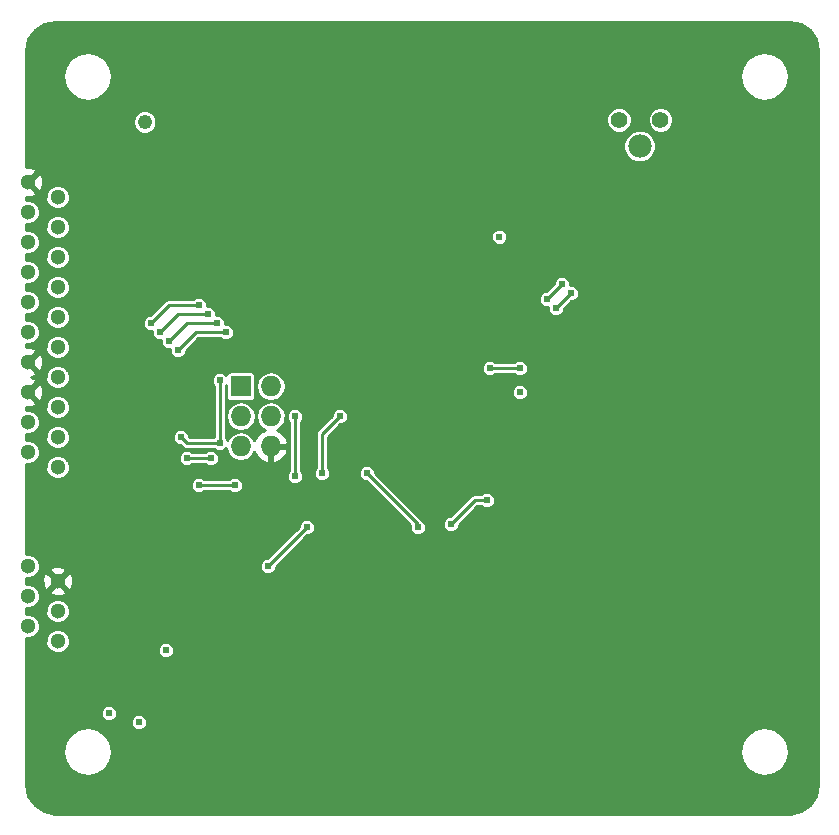
<source format=gbr>
G04 #@! TF.FileFunction,Copper,L2,Bot,Signal*
%FSLAX46Y46*%
G04 Gerber Fmt 4.6, Leading zero omitted, Abs format (unit mm)*
G04 Created by KiCad (PCBNEW 4.0.7) date 11/20/17 16:46:11*
%MOMM*%
%LPD*%
G01*
G04 APERTURE LIST*
%ADD10C,0.100000*%
%ADD11C,1.300000*%
%ADD12C,1.397000*%
%ADD13C,1.981000*%
%ADD14R,1.727200X1.727200*%
%ADD15O,1.727200X1.727200*%
%ADD16C,0.609600*%
%ADD17C,1.219200*%
%ADD18C,0.254000*%
G04 APERTURE END LIST*
D10*
D11*
X119634000Y-77216000D03*
X119634000Y-74676000D03*
X119634000Y-72136000D03*
X119634000Y-79756000D03*
X122174000Y-73406000D03*
X122174000Y-75946000D03*
X122174000Y-78486000D03*
X122174000Y-81026000D03*
X119634000Y-82296000D03*
X122174000Y-83566000D03*
X119634000Y-84836000D03*
X122174000Y-86106000D03*
X119634000Y-87376000D03*
X122174000Y-88646000D03*
X119634000Y-89916000D03*
X122174000Y-91186000D03*
X119634000Y-92456000D03*
X122174000Y-93726000D03*
X119634000Y-94996000D03*
X122174000Y-96266000D03*
X119634000Y-109728000D03*
X119634000Y-107188000D03*
X119634000Y-104648000D03*
X122174000Y-105918000D03*
X122174000Y-108458000D03*
X122174000Y-110998000D03*
D12*
X173200000Y-66858000D03*
X169700000Y-66858000D03*
D13*
X171450000Y-69088000D03*
D14*
X137668000Y-89408000D03*
D15*
X140208000Y-89408000D03*
X137668000Y-91948000D03*
X140208000Y-91948000D03*
X137668000Y-94488000D03*
X140208000Y-94488000D03*
D16*
X159564000Y-76760000D03*
X158496000Y-99060000D03*
X155448000Y-101092000D03*
X156210000Y-101854000D03*
X163576000Y-100076000D03*
X145796000Y-111252000D03*
X169672000Y-85852000D03*
X152400000Y-111760000D03*
X143002000Y-94488000D03*
X180086000Y-85598000D03*
X180086000Y-97282000D03*
X131826000Y-114300000D03*
X147320000Y-73660000D03*
X143256000Y-66548000D03*
X134874000Y-64262000D03*
X129540000Y-73660000D03*
X130810000Y-73660000D03*
X130810000Y-72390000D03*
X129540000Y-72390000D03*
X165100000Y-111760000D03*
X157480000Y-109220000D03*
X170180000Y-74930000D03*
X175260000Y-74930000D03*
X129032000Y-117856000D03*
D17*
X129540000Y-67056000D03*
D16*
X132588000Y-93726000D03*
X135890000Y-94234000D03*
X135890000Y-88900000D03*
X135128000Y-95504000D03*
X133096000Y-95504000D03*
X142240000Y-97028000D03*
X142240000Y-91948000D03*
X137160000Y-97790000D03*
X134112000Y-97790000D03*
X148336000Y-96774000D03*
X152654000Y-101346000D03*
X161290000Y-89916000D03*
X164846000Y-80772000D03*
X163576000Y-82042000D03*
X165608000Y-81534000D03*
X164338000Y-82804000D03*
X130048000Y-84074000D03*
X134112000Y-82550000D03*
X130810000Y-84836000D03*
X134874000Y-83312000D03*
X131572000Y-85598000D03*
X135636000Y-84074000D03*
X132334000Y-86360000D03*
X136398000Y-84836000D03*
X126492000Y-117094000D03*
X161290000Y-87884000D03*
X158750000Y-87884000D03*
X146050000Y-91948000D03*
X144526000Y-96774000D03*
X143256000Y-101346000D03*
X139954000Y-104648000D03*
X131318000Y-111760000D03*
D18*
X155448000Y-101092000D02*
X157480000Y-99060000D01*
X157480000Y-99060000D02*
X158496000Y-99060000D01*
X130810000Y-73660000D02*
X129540000Y-73660000D01*
X129540000Y-72390000D02*
X130810000Y-72390000D01*
X133096000Y-94234000D02*
X132588000Y-93726000D01*
X133248370Y-94234000D02*
X133096000Y-94234000D01*
X133248370Y-94234000D02*
X135890000Y-94234000D01*
X135890000Y-88900000D02*
X135890000Y-94234000D01*
X133096000Y-95504000D02*
X135128000Y-95504000D01*
X133324570Y-95504000D02*
X134899380Y-95504000D01*
X142240000Y-91948000D02*
X142240000Y-97028000D01*
X134112000Y-97790000D02*
X137160000Y-97790000D01*
X148336000Y-96774000D02*
X152654000Y-101092000D01*
X152654000Y-101092000D02*
X152654000Y-101346000D01*
X163576000Y-82042000D02*
X164846000Y-80772000D01*
X164338000Y-82804000D02*
X165608000Y-81534000D01*
X132334000Y-82550000D02*
X131572000Y-82550000D01*
X131572000Y-82550000D02*
X130048000Y-84074000D01*
X134112000Y-82550000D02*
X132334000Y-82550000D01*
X132842000Y-83312000D02*
X132334000Y-83312000D01*
X132334000Y-83312000D02*
X130810000Y-84836000D01*
X134874000Y-83312000D02*
X132842000Y-83312000D01*
X133350000Y-84074000D02*
X133096000Y-84074000D01*
X133096000Y-84074000D02*
X131572000Y-85598000D01*
X133350000Y-84074000D02*
X135636000Y-84074000D01*
X133858000Y-84836000D02*
X132334000Y-86360000D01*
X133604000Y-85090000D02*
X133858000Y-84836000D01*
X133858000Y-84836000D02*
X136398000Y-84836000D01*
X158750000Y-87884000D02*
X161290000Y-87884000D01*
X144526000Y-96774000D02*
X144526000Y-93472000D01*
X144526000Y-93472000D02*
X146050000Y-91948000D01*
X139954000Y-104648000D02*
X143256000Y-101346000D01*
G36*
X185072463Y-58732978D02*
X185854489Y-59255511D01*
X186377022Y-60037537D01*
X186563000Y-60972509D01*
X186563000Y-123177491D01*
X186377022Y-124112463D01*
X185854489Y-124894489D01*
X185072463Y-125417022D01*
X184137491Y-125603000D01*
X121932509Y-125603000D01*
X120997537Y-125417022D01*
X120215511Y-124894489D01*
X119692978Y-124112463D01*
X119507000Y-123177491D01*
X119507000Y-120366059D01*
X122643050Y-120366059D01*
X122800083Y-121155516D01*
X123247274Y-121824785D01*
X123916543Y-122271976D01*
X124706000Y-122429009D01*
X125495457Y-122271976D01*
X126164726Y-121824785D01*
X126611917Y-121155516D01*
X126768950Y-120366059D01*
X179943050Y-120366059D01*
X180100083Y-121155516D01*
X180547274Y-121824785D01*
X181216543Y-122271976D01*
X182006000Y-122429009D01*
X182795457Y-122271976D01*
X183464726Y-121824785D01*
X183911917Y-121155516D01*
X184068950Y-120366059D01*
X183911917Y-119576602D01*
X183464726Y-118907333D01*
X182795457Y-118460142D01*
X182006000Y-118303109D01*
X181216543Y-118460142D01*
X180547274Y-118907333D01*
X180100083Y-119576602D01*
X179943050Y-120366059D01*
X126768950Y-120366059D01*
X126611917Y-119576602D01*
X126164726Y-118907333D01*
X125495457Y-118460142D01*
X124706000Y-118303109D01*
X123916543Y-118460142D01*
X123247274Y-118907333D01*
X122800083Y-119576602D01*
X122643050Y-120366059D01*
X119507000Y-120366059D01*
X119507000Y-117991816D01*
X128346081Y-117991816D01*
X128450268Y-118243967D01*
X128643018Y-118437054D01*
X128894987Y-118541681D01*
X129167816Y-118541919D01*
X129419967Y-118437732D01*
X129613054Y-118244982D01*
X129717681Y-117993013D01*
X129717919Y-117720184D01*
X129613732Y-117468033D01*
X129420982Y-117274946D01*
X129169013Y-117170319D01*
X128896184Y-117170081D01*
X128644033Y-117274268D01*
X128450946Y-117467018D01*
X128346319Y-117718987D01*
X128346081Y-117991816D01*
X119507000Y-117991816D01*
X119507000Y-117229816D01*
X125806081Y-117229816D01*
X125910268Y-117481967D01*
X126103018Y-117675054D01*
X126354987Y-117779681D01*
X126627816Y-117779919D01*
X126879967Y-117675732D01*
X127073054Y-117482982D01*
X127177681Y-117231013D01*
X127177919Y-116958184D01*
X127073732Y-116706033D01*
X126880982Y-116512946D01*
X126629013Y-116408319D01*
X126356184Y-116408081D01*
X126104033Y-116512268D01*
X125910946Y-116705018D01*
X125806319Y-116956987D01*
X125806081Y-117229816D01*
X119507000Y-117229816D01*
X119507000Y-111202179D01*
X121142822Y-111202179D01*
X121299451Y-111581251D01*
X121589223Y-111871529D01*
X121968022Y-112028820D01*
X122378179Y-112029178D01*
X122700940Y-111895816D01*
X130632081Y-111895816D01*
X130736268Y-112147967D01*
X130929018Y-112341054D01*
X131180987Y-112445681D01*
X131453816Y-112445919D01*
X131705967Y-112341732D01*
X131899054Y-112148982D01*
X132003681Y-111897013D01*
X132003919Y-111624184D01*
X131899732Y-111372033D01*
X131706982Y-111178946D01*
X131455013Y-111074319D01*
X131182184Y-111074081D01*
X130930033Y-111178268D01*
X130736946Y-111371018D01*
X130632319Y-111622987D01*
X130632081Y-111895816D01*
X122700940Y-111895816D01*
X122757251Y-111872549D01*
X123047529Y-111582777D01*
X123204820Y-111203978D01*
X123205178Y-110793821D01*
X123048549Y-110414749D01*
X122758777Y-110124471D01*
X122379978Y-109967180D01*
X121969821Y-109966822D01*
X121590749Y-110123451D01*
X121300471Y-110413223D01*
X121143180Y-110792022D01*
X121142822Y-111202179D01*
X119507000Y-111202179D01*
X119507000Y-110758889D01*
X119838179Y-110759178D01*
X120217251Y-110602549D01*
X120507529Y-110312777D01*
X120664820Y-109933978D01*
X120665178Y-109523821D01*
X120508549Y-109144749D01*
X120218777Y-108854471D01*
X119839978Y-108697180D01*
X119507000Y-108696889D01*
X119507000Y-108662179D01*
X121142822Y-108662179D01*
X121299451Y-109041251D01*
X121589223Y-109331529D01*
X121968022Y-109488820D01*
X122378179Y-109489178D01*
X122757251Y-109332549D01*
X123047529Y-109042777D01*
X123204820Y-108663978D01*
X123205178Y-108253821D01*
X123048549Y-107874749D01*
X122758777Y-107584471D01*
X122379978Y-107427180D01*
X121969821Y-107426822D01*
X121590749Y-107583451D01*
X121300471Y-107873223D01*
X121143180Y-108252022D01*
X121142822Y-108662179D01*
X119507000Y-108662179D01*
X119507000Y-108218889D01*
X119838179Y-108219178D01*
X120217251Y-108062549D01*
X120507529Y-107772777D01*
X120664820Y-107393978D01*
X120665178Y-106983821D01*
X120596256Y-106817016D01*
X121454590Y-106817016D01*
X121510271Y-107047611D01*
X121993078Y-107215622D01*
X122503428Y-107186083D01*
X122837729Y-107047611D01*
X122893410Y-106817016D01*
X122174000Y-106097605D01*
X121454590Y-106817016D01*
X120596256Y-106817016D01*
X120508549Y-106604749D01*
X120218777Y-106314471D01*
X119839978Y-106157180D01*
X119507000Y-106156889D01*
X119507000Y-105737078D01*
X120876378Y-105737078D01*
X120905917Y-106247428D01*
X121044389Y-106581729D01*
X121274984Y-106637410D01*
X121994395Y-105918000D01*
X122353605Y-105918000D01*
X123073016Y-106637410D01*
X123303611Y-106581729D01*
X123471622Y-106098922D01*
X123442083Y-105588572D01*
X123303611Y-105254271D01*
X123073016Y-105198590D01*
X122353605Y-105918000D01*
X121994395Y-105918000D01*
X121274984Y-105198590D01*
X121044389Y-105254271D01*
X120876378Y-105737078D01*
X119507000Y-105737078D01*
X119507000Y-105678889D01*
X119838179Y-105679178D01*
X120217251Y-105522549D01*
X120507529Y-105232777D01*
X120596303Y-105018984D01*
X121454590Y-105018984D01*
X122174000Y-105738395D01*
X122893410Y-105018984D01*
X122837729Y-104788389D01*
X122824588Y-104783816D01*
X139268081Y-104783816D01*
X139372268Y-105035967D01*
X139565018Y-105229054D01*
X139816987Y-105333681D01*
X140089816Y-105333919D01*
X140341967Y-105229732D01*
X140535054Y-105036982D01*
X140639681Y-104785013D01*
X140639772Y-104680648D01*
X143288591Y-102031829D01*
X143391816Y-102031919D01*
X143643967Y-101927732D01*
X143837054Y-101734982D01*
X143941681Y-101483013D01*
X143941919Y-101210184D01*
X143837732Y-100958033D01*
X143644982Y-100764946D01*
X143393013Y-100660319D01*
X143120184Y-100660081D01*
X142868033Y-100764268D01*
X142674946Y-100957018D01*
X142570319Y-101208987D01*
X142570228Y-101313352D01*
X139921409Y-103962171D01*
X139818184Y-103962081D01*
X139566033Y-104066268D01*
X139372946Y-104259018D01*
X139268319Y-104510987D01*
X139268081Y-104783816D01*
X122824588Y-104783816D01*
X122354922Y-104620378D01*
X121844572Y-104649917D01*
X121510271Y-104788389D01*
X121454590Y-105018984D01*
X120596303Y-105018984D01*
X120664820Y-104853978D01*
X120665178Y-104443821D01*
X120508549Y-104064749D01*
X120218777Y-103774471D01*
X119839978Y-103617180D01*
X119507000Y-103616889D01*
X119507000Y-97925816D01*
X133426081Y-97925816D01*
X133530268Y-98177967D01*
X133723018Y-98371054D01*
X133974987Y-98475681D01*
X134247816Y-98475919D01*
X134499967Y-98371732D01*
X134573828Y-98298000D01*
X136698092Y-98298000D01*
X136771018Y-98371054D01*
X137022987Y-98475681D01*
X137295816Y-98475919D01*
X137547967Y-98371732D01*
X137741054Y-98178982D01*
X137845681Y-97927013D01*
X137845919Y-97654184D01*
X137741732Y-97402033D01*
X137548982Y-97208946D01*
X137297013Y-97104319D01*
X137024184Y-97104081D01*
X136772033Y-97208268D01*
X136698172Y-97282000D01*
X134573908Y-97282000D01*
X134500982Y-97208946D01*
X134249013Y-97104319D01*
X133976184Y-97104081D01*
X133724033Y-97208268D01*
X133530946Y-97401018D01*
X133426319Y-97652987D01*
X133426081Y-97925816D01*
X119507000Y-97925816D01*
X119507000Y-96470179D01*
X121142822Y-96470179D01*
X121299451Y-96849251D01*
X121589223Y-97139529D01*
X121968022Y-97296820D01*
X122378179Y-97297178D01*
X122757251Y-97140549D01*
X123047529Y-96850777D01*
X123204820Y-96471978D01*
X123205178Y-96061821D01*
X123048549Y-95682749D01*
X123005691Y-95639816D01*
X132410081Y-95639816D01*
X132514268Y-95891967D01*
X132707018Y-96085054D01*
X132958987Y-96189681D01*
X133231816Y-96189919D01*
X133483967Y-96085732D01*
X133557828Y-96012000D01*
X134666092Y-96012000D01*
X134739018Y-96085054D01*
X134990987Y-96189681D01*
X135263816Y-96189919D01*
X135515967Y-96085732D01*
X135709054Y-95892982D01*
X135813681Y-95641013D01*
X135813919Y-95368184D01*
X135709732Y-95116033D01*
X135516982Y-94922946D01*
X135265013Y-94818319D01*
X134992184Y-94818081D01*
X134740033Y-94922268D01*
X134666172Y-94996000D01*
X133557908Y-94996000D01*
X133484982Y-94922946D01*
X133233013Y-94818319D01*
X132960184Y-94818081D01*
X132708033Y-94922268D01*
X132514946Y-95115018D01*
X132410319Y-95366987D01*
X132410081Y-95639816D01*
X123005691Y-95639816D01*
X122758777Y-95392471D01*
X122379978Y-95235180D01*
X121969821Y-95234822D01*
X121590749Y-95391451D01*
X121300471Y-95681223D01*
X121143180Y-96060022D01*
X121142822Y-96470179D01*
X119507000Y-96470179D01*
X119507000Y-96026889D01*
X119838179Y-96027178D01*
X120217251Y-95870549D01*
X120507529Y-95580777D01*
X120664820Y-95201978D01*
X120665178Y-94791821D01*
X120508549Y-94412749D01*
X120218777Y-94122471D01*
X119839978Y-93965180D01*
X119507000Y-93964889D01*
X119507000Y-93930179D01*
X121142822Y-93930179D01*
X121299451Y-94309251D01*
X121589223Y-94599529D01*
X121968022Y-94756820D01*
X122378179Y-94757178D01*
X122757251Y-94600549D01*
X123047529Y-94310777D01*
X123204820Y-93931978D01*
X123204881Y-93861816D01*
X131902081Y-93861816D01*
X132006268Y-94113967D01*
X132199018Y-94307054D01*
X132450987Y-94411681D01*
X132555351Y-94411772D01*
X132736789Y-94593210D01*
X132846910Y-94666790D01*
X132901597Y-94703331D01*
X133096000Y-94742000D01*
X135428092Y-94742000D01*
X135501018Y-94815054D01*
X135752987Y-94919681D01*
X136025816Y-94919919D01*
X136277967Y-94815732D01*
X136433353Y-94660617D01*
X136493757Y-94964288D01*
X136763552Y-95368065D01*
X137167329Y-95637860D01*
X137643617Y-95732600D01*
X137692383Y-95732600D01*
X138168671Y-95637860D01*
X138572448Y-95368065D01*
X138817159Y-95001828D01*
X138925312Y-95262947D01*
X139319510Y-95694821D01*
X139848973Y-95942968D01*
X140081000Y-95822469D01*
X140081000Y-94615000D01*
X140335000Y-94615000D01*
X140335000Y-95822469D01*
X140567027Y-95942968D01*
X141096490Y-95694821D01*
X141490688Y-95262947D01*
X141662958Y-94847026D01*
X141541817Y-94615000D01*
X140335000Y-94615000D01*
X140081000Y-94615000D01*
X140061000Y-94615000D01*
X140061000Y-94361000D01*
X140081000Y-94361000D01*
X140081000Y-94341000D01*
X140335000Y-94341000D01*
X140335000Y-94361000D01*
X141541817Y-94361000D01*
X141662958Y-94128974D01*
X141490688Y-93713053D01*
X141096490Y-93281179D01*
X140706338Y-93098324D01*
X140708671Y-93097860D01*
X141112448Y-92828065D01*
X141382243Y-92424288D01*
X141449967Y-92083816D01*
X141554081Y-92083816D01*
X141658268Y-92335967D01*
X141732000Y-92409828D01*
X141732000Y-96566092D01*
X141658946Y-96639018D01*
X141554319Y-96890987D01*
X141554081Y-97163816D01*
X141658268Y-97415967D01*
X141851018Y-97609054D01*
X142102987Y-97713681D01*
X142375816Y-97713919D01*
X142627967Y-97609732D01*
X142821054Y-97416982D01*
X142925681Y-97165013D01*
X142925903Y-96909816D01*
X143840081Y-96909816D01*
X143944268Y-97161967D01*
X144137018Y-97355054D01*
X144388987Y-97459681D01*
X144661816Y-97459919D01*
X144913967Y-97355732D01*
X145107054Y-97162982D01*
X145211681Y-96911013D01*
X145211682Y-96909816D01*
X147650081Y-96909816D01*
X147754268Y-97161967D01*
X147947018Y-97355054D01*
X148198987Y-97459681D01*
X148303352Y-97459772D01*
X151993038Y-101149458D01*
X151968319Y-101208987D01*
X151968081Y-101481816D01*
X152072268Y-101733967D01*
X152265018Y-101927054D01*
X152516987Y-102031681D01*
X152789816Y-102031919D01*
X153041967Y-101927732D01*
X153235054Y-101734982D01*
X153339681Y-101483013D01*
X153339903Y-101227816D01*
X154762081Y-101227816D01*
X154866268Y-101479967D01*
X155059018Y-101673054D01*
X155310987Y-101777681D01*
X155583816Y-101777919D01*
X155835967Y-101673732D01*
X156029054Y-101480982D01*
X156133681Y-101229013D01*
X156133772Y-101124648D01*
X157690420Y-99568000D01*
X158034092Y-99568000D01*
X158107018Y-99641054D01*
X158358987Y-99745681D01*
X158631816Y-99745919D01*
X158883967Y-99641732D01*
X159077054Y-99448982D01*
X159181681Y-99197013D01*
X159181919Y-98924184D01*
X159077732Y-98672033D01*
X158884982Y-98478946D01*
X158633013Y-98374319D01*
X158360184Y-98374081D01*
X158108033Y-98478268D01*
X158034172Y-98552000D01*
X157480000Y-98552000D01*
X157285597Y-98590669D01*
X157120790Y-98700790D01*
X155415409Y-100406171D01*
X155312184Y-100406081D01*
X155060033Y-100510268D01*
X154866946Y-100703018D01*
X154762319Y-100954987D01*
X154762081Y-101227816D01*
X153339903Y-101227816D01*
X153339919Y-101210184D01*
X153235732Y-100958033D01*
X153042982Y-100764946D01*
X153031514Y-100760184D01*
X153013210Y-100732790D01*
X149021829Y-96741409D01*
X149021919Y-96638184D01*
X148917732Y-96386033D01*
X148724982Y-96192946D01*
X148473013Y-96088319D01*
X148200184Y-96088081D01*
X147948033Y-96192268D01*
X147754946Y-96385018D01*
X147650319Y-96636987D01*
X147650081Y-96909816D01*
X145211682Y-96909816D01*
X145211919Y-96638184D01*
X145107732Y-96386033D01*
X145034000Y-96312172D01*
X145034000Y-93682420D01*
X146082592Y-92633829D01*
X146185816Y-92633919D01*
X146437967Y-92529732D01*
X146631054Y-92336982D01*
X146735681Y-92085013D01*
X146735919Y-91812184D01*
X146631732Y-91560033D01*
X146438982Y-91366946D01*
X146187013Y-91262319D01*
X145914184Y-91262081D01*
X145662033Y-91366268D01*
X145468946Y-91559018D01*
X145364319Y-91810987D01*
X145364228Y-91915351D01*
X144166790Y-93112790D01*
X144056669Y-93277597D01*
X144018000Y-93472000D01*
X144018000Y-96312092D01*
X143944946Y-96385018D01*
X143840319Y-96636987D01*
X143840081Y-96909816D01*
X142925903Y-96909816D01*
X142925919Y-96892184D01*
X142821732Y-96640033D01*
X142748000Y-96566172D01*
X142748000Y-92409908D01*
X142821054Y-92336982D01*
X142925681Y-92085013D01*
X142925919Y-91812184D01*
X142821732Y-91560033D01*
X142628982Y-91366946D01*
X142377013Y-91262319D01*
X142104184Y-91262081D01*
X141852033Y-91366268D01*
X141658946Y-91559018D01*
X141554319Y-91810987D01*
X141554081Y-92083816D01*
X141449967Y-92083816D01*
X141476983Y-91948000D01*
X141382243Y-91471712D01*
X141112448Y-91067935D01*
X140708671Y-90798140D01*
X140232383Y-90703400D01*
X140183617Y-90703400D01*
X139707329Y-90798140D01*
X139303552Y-91067935D01*
X139033757Y-91471712D01*
X138939017Y-91948000D01*
X139033757Y-92424288D01*
X139303552Y-92828065D01*
X139707329Y-93097860D01*
X139709662Y-93098324D01*
X139319510Y-93281179D01*
X138925312Y-93713053D01*
X138817159Y-93974172D01*
X138572448Y-93607935D01*
X138168671Y-93338140D01*
X137692383Y-93243400D01*
X137643617Y-93243400D01*
X137167329Y-93338140D01*
X136763552Y-93607935D01*
X136522448Y-93968774D01*
X136471732Y-93846033D01*
X136398000Y-93772172D01*
X136398000Y-91948000D01*
X136399017Y-91948000D01*
X136493757Y-92424288D01*
X136763552Y-92828065D01*
X137167329Y-93097860D01*
X137643617Y-93192600D01*
X137692383Y-93192600D01*
X138168671Y-93097860D01*
X138572448Y-92828065D01*
X138842243Y-92424288D01*
X138936983Y-91948000D01*
X138842243Y-91471712D01*
X138572448Y-91067935D01*
X138168671Y-90798140D01*
X137692383Y-90703400D01*
X137643617Y-90703400D01*
X137167329Y-90798140D01*
X136763552Y-91067935D01*
X136493757Y-91471712D01*
X136399017Y-91948000D01*
X136398000Y-91948000D01*
X136398000Y-89361908D01*
X136415936Y-89344004D01*
X136415936Y-90271600D01*
X136442503Y-90412790D01*
X136525946Y-90542465D01*
X136653266Y-90629459D01*
X136804400Y-90660064D01*
X138531600Y-90660064D01*
X138672790Y-90633497D01*
X138802465Y-90550054D01*
X138889459Y-90422734D01*
X138920064Y-90271600D01*
X138920064Y-89408000D01*
X138939017Y-89408000D01*
X139033757Y-89884288D01*
X139303552Y-90288065D01*
X139707329Y-90557860D01*
X140183617Y-90652600D01*
X140232383Y-90652600D01*
X140708671Y-90557860D01*
X141112448Y-90288065D01*
X141270304Y-90051816D01*
X160604081Y-90051816D01*
X160708268Y-90303967D01*
X160901018Y-90497054D01*
X161152987Y-90601681D01*
X161425816Y-90601919D01*
X161677967Y-90497732D01*
X161871054Y-90304982D01*
X161975681Y-90053013D01*
X161975919Y-89780184D01*
X161871732Y-89528033D01*
X161678982Y-89334946D01*
X161427013Y-89230319D01*
X161154184Y-89230081D01*
X160902033Y-89334268D01*
X160708946Y-89527018D01*
X160604319Y-89778987D01*
X160604081Y-90051816D01*
X141270304Y-90051816D01*
X141382243Y-89884288D01*
X141476983Y-89408000D01*
X141382243Y-88931712D01*
X141112448Y-88527935D01*
X140708671Y-88258140D01*
X140232383Y-88163400D01*
X140183617Y-88163400D01*
X139707329Y-88258140D01*
X139303552Y-88527935D01*
X139033757Y-88931712D01*
X138939017Y-89408000D01*
X138920064Y-89408000D01*
X138920064Y-88544400D01*
X138893497Y-88403210D01*
X138810054Y-88273535D01*
X138682734Y-88186541D01*
X138531600Y-88155936D01*
X136804400Y-88155936D01*
X136663210Y-88182503D01*
X136533535Y-88265946D01*
X136446541Y-88393266D01*
X136430795Y-88471024D01*
X136278982Y-88318946D01*
X136027013Y-88214319D01*
X135754184Y-88214081D01*
X135502033Y-88318268D01*
X135308946Y-88511018D01*
X135204319Y-88762987D01*
X135204081Y-89035816D01*
X135308268Y-89287967D01*
X135382000Y-89361828D01*
X135382000Y-93726000D01*
X133306421Y-93726000D01*
X133273829Y-93693408D01*
X133273919Y-93590184D01*
X133169732Y-93338033D01*
X132976982Y-93144946D01*
X132725013Y-93040319D01*
X132452184Y-93040081D01*
X132200033Y-93144268D01*
X132006946Y-93337018D01*
X131902319Y-93588987D01*
X131902081Y-93861816D01*
X123204881Y-93861816D01*
X123205178Y-93521821D01*
X123048549Y-93142749D01*
X122758777Y-92852471D01*
X122379978Y-92695180D01*
X121969821Y-92694822D01*
X121590749Y-92851451D01*
X121300471Y-93141223D01*
X121143180Y-93520022D01*
X121142822Y-93930179D01*
X119507000Y-93930179D01*
X119507000Y-93486889D01*
X119838179Y-93487178D01*
X120217251Y-93330549D01*
X120507529Y-93040777D01*
X120664820Y-92661978D01*
X120665178Y-92251821D01*
X120508549Y-91872749D01*
X120218777Y-91582471D01*
X119839978Y-91425180D01*
X119507000Y-91424889D01*
X119507000Y-91390179D01*
X121142822Y-91390179D01*
X121299451Y-91769251D01*
X121589223Y-92059529D01*
X121968022Y-92216820D01*
X122378179Y-92217178D01*
X122757251Y-92060549D01*
X123047529Y-91770777D01*
X123204820Y-91391978D01*
X123205178Y-90981821D01*
X123048549Y-90602749D01*
X122758777Y-90312471D01*
X122379978Y-90155180D01*
X121969821Y-90154822D01*
X121590749Y-90311451D01*
X121300471Y-90601223D01*
X121143180Y-90980022D01*
X121142822Y-91390179D01*
X119507000Y-91390179D01*
X119507000Y-91210501D01*
X119963428Y-91184083D01*
X120297729Y-91045611D01*
X120353410Y-90815016D01*
X119634000Y-90095605D01*
X119619858Y-90109748D01*
X119507000Y-89996890D01*
X119507000Y-89916000D01*
X119813605Y-89916000D01*
X120533016Y-90635410D01*
X120763611Y-90579729D01*
X120931622Y-90096922D01*
X120902083Y-89586572D01*
X120763611Y-89252271D01*
X120533016Y-89196590D01*
X119813605Y-89916000D01*
X119507000Y-89916000D01*
X119507000Y-89835110D01*
X119619858Y-89722253D01*
X119634000Y-89736395D01*
X120353410Y-89016984D01*
X120313133Y-88850179D01*
X121142822Y-88850179D01*
X121299451Y-89229251D01*
X121589223Y-89519529D01*
X121968022Y-89676820D01*
X122378179Y-89677178D01*
X122757251Y-89520549D01*
X123047529Y-89230777D01*
X123204820Y-88851978D01*
X123205178Y-88441821D01*
X123048549Y-88062749D01*
X123005691Y-88019816D01*
X158064081Y-88019816D01*
X158168268Y-88271967D01*
X158361018Y-88465054D01*
X158612987Y-88569681D01*
X158885816Y-88569919D01*
X159137967Y-88465732D01*
X159211828Y-88392000D01*
X160828092Y-88392000D01*
X160901018Y-88465054D01*
X161152987Y-88569681D01*
X161425816Y-88569919D01*
X161677967Y-88465732D01*
X161871054Y-88272982D01*
X161975681Y-88021013D01*
X161975919Y-87748184D01*
X161871732Y-87496033D01*
X161678982Y-87302946D01*
X161427013Y-87198319D01*
X161154184Y-87198081D01*
X160902033Y-87302268D01*
X160828172Y-87376000D01*
X159211908Y-87376000D01*
X159138982Y-87302946D01*
X158887013Y-87198319D01*
X158614184Y-87198081D01*
X158362033Y-87302268D01*
X158168946Y-87495018D01*
X158064319Y-87746987D01*
X158064081Y-88019816D01*
X123005691Y-88019816D01*
X122758777Y-87772471D01*
X122379978Y-87615180D01*
X121969821Y-87614822D01*
X121590749Y-87771451D01*
X121300471Y-88061223D01*
X121143180Y-88440022D01*
X121142822Y-88850179D01*
X120313133Y-88850179D01*
X120297729Y-88786389D01*
X119899434Y-88647787D01*
X119963428Y-88644083D01*
X120297729Y-88505611D01*
X120353410Y-88275016D01*
X119634000Y-87555605D01*
X119619858Y-87569748D01*
X119507000Y-87456890D01*
X119507000Y-87376000D01*
X119813605Y-87376000D01*
X120533016Y-88095410D01*
X120763611Y-88039729D01*
X120931622Y-87556922D01*
X120902083Y-87046572D01*
X120763611Y-86712271D01*
X120533016Y-86656590D01*
X119813605Y-87376000D01*
X119507000Y-87376000D01*
X119507000Y-87295110D01*
X119619858Y-87182253D01*
X119634000Y-87196395D01*
X120353410Y-86476984D01*
X120313133Y-86310179D01*
X121142822Y-86310179D01*
X121299451Y-86689251D01*
X121589223Y-86979529D01*
X121968022Y-87136820D01*
X122378179Y-87137178D01*
X122757251Y-86980549D01*
X123047529Y-86690777D01*
X123204820Y-86311978D01*
X123205178Y-85901821D01*
X123048549Y-85522749D01*
X122758777Y-85232471D01*
X122379978Y-85075180D01*
X121969821Y-85074822D01*
X121590749Y-85231451D01*
X121300471Y-85521223D01*
X121143180Y-85900022D01*
X121142822Y-86310179D01*
X120313133Y-86310179D01*
X120297729Y-86246389D01*
X119814922Y-86078378D01*
X119507000Y-86096200D01*
X119507000Y-85866889D01*
X119838179Y-85867178D01*
X120217251Y-85710549D01*
X120507529Y-85420777D01*
X120664820Y-85041978D01*
X120665178Y-84631821D01*
X120508549Y-84252749D01*
X120218777Y-83962471D01*
X119839978Y-83805180D01*
X119507000Y-83804889D01*
X119507000Y-83770179D01*
X121142822Y-83770179D01*
X121299451Y-84149251D01*
X121589223Y-84439529D01*
X121968022Y-84596820D01*
X122378179Y-84597178D01*
X122757251Y-84440549D01*
X122988386Y-84209816D01*
X129362081Y-84209816D01*
X129466268Y-84461967D01*
X129659018Y-84655054D01*
X129910987Y-84759681D01*
X130124266Y-84759867D01*
X130124081Y-84971816D01*
X130228268Y-85223967D01*
X130421018Y-85417054D01*
X130672987Y-85521681D01*
X130886266Y-85521867D01*
X130886081Y-85733816D01*
X130990268Y-85985967D01*
X131183018Y-86179054D01*
X131434987Y-86283681D01*
X131648266Y-86283867D01*
X131648081Y-86495816D01*
X131752268Y-86747967D01*
X131945018Y-86941054D01*
X132196987Y-87045681D01*
X132469816Y-87045919D01*
X132721967Y-86941732D01*
X132915054Y-86748982D01*
X133019681Y-86497013D01*
X133019772Y-86392648D01*
X134068421Y-85344000D01*
X135936092Y-85344000D01*
X136009018Y-85417054D01*
X136260987Y-85521681D01*
X136533816Y-85521919D01*
X136785967Y-85417732D01*
X136979054Y-85224982D01*
X137083681Y-84973013D01*
X137083919Y-84700184D01*
X136979732Y-84448033D01*
X136786982Y-84254946D01*
X136535013Y-84150319D01*
X136321734Y-84150133D01*
X136321919Y-83938184D01*
X136217732Y-83686033D01*
X136024982Y-83492946D01*
X135773013Y-83388319D01*
X135559734Y-83388133D01*
X135559919Y-83176184D01*
X135455732Y-82924033D01*
X135262982Y-82730946D01*
X135011013Y-82626319D01*
X134797734Y-82626133D01*
X134797919Y-82414184D01*
X134700254Y-82177816D01*
X162890081Y-82177816D01*
X162994268Y-82429967D01*
X163187018Y-82623054D01*
X163438987Y-82727681D01*
X163652266Y-82727867D01*
X163652081Y-82939816D01*
X163756268Y-83191967D01*
X163949018Y-83385054D01*
X164200987Y-83489681D01*
X164473816Y-83489919D01*
X164725967Y-83385732D01*
X164919054Y-83192982D01*
X165023681Y-82941013D01*
X165023772Y-82836648D01*
X165640591Y-82219829D01*
X165743816Y-82219919D01*
X165995967Y-82115732D01*
X166189054Y-81922982D01*
X166293681Y-81671013D01*
X166293919Y-81398184D01*
X166189732Y-81146033D01*
X165996982Y-80952946D01*
X165745013Y-80848319D01*
X165531734Y-80848133D01*
X165531919Y-80636184D01*
X165427732Y-80384033D01*
X165234982Y-80190946D01*
X164983013Y-80086319D01*
X164710184Y-80086081D01*
X164458033Y-80190268D01*
X164264946Y-80383018D01*
X164160319Y-80634987D01*
X164160228Y-80739352D01*
X163543409Y-81356171D01*
X163440184Y-81356081D01*
X163188033Y-81460268D01*
X162994946Y-81653018D01*
X162890319Y-81904987D01*
X162890081Y-82177816D01*
X134700254Y-82177816D01*
X134693732Y-82162033D01*
X134500982Y-81968946D01*
X134249013Y-81864319D01*
X133976184Y-81864081D01*
X133724033Y-81968268D01*
X133650172Y-82042000D01*
X131572000Y-82042000D01*
X131377597Y-82080669D01*
X131360907Y-82091821D01*
X131212789Y-82190790D01*
X130015409Y-83388171D01*
X129912184Y-83388081D01*
X129660033Y-83492268D01*
X129466946Y-83685018D01*
X129362319Y-83936987D01*
X129362081Y-84209816D01*
X122988386Y-84209816D01*
X123047529Y-84150777D01*
X123204820Y-83771978D01*
X123205178Y-83361821D01*
X123048549Y-82982749D01*
X122758777Y-82692471D01*
X122379978Y-82535180D01*
X121969821Y-82534822D01*
X121590749Y-82691451D01*
X121300471Y-82981223D01*
X121143180Y-83360022D01*
X121142822Y-83770179D01*
X119507000Y-83770179D01*
X119507000Y-83326889D01*
X119838179Y-83327178D01*
X120217251Y-83170549D01*
X120507529Y-82880777D01*
X120664820Y-82501978D01*
X120665178Y-82091821D01*
X120508549Y-81712749D01*
X120218777Y-81422471D01*
X119839978Y-81265180D01*
X119507000Y-81264889D01*
X119507000Y-81230179D01*
X121142822Y-81230179D01*
X121299451Y-81609251D01*
X121589223Y-81899529D01*
X121968022Y-82056820D01*
X122378179Y-82057178D01*
X122757251Y-81900549D01*
X123047529Y-81610777D01*
X123204820Y-81231978D01*
X123205178Y-80821821D01*
X123048549Y-80442749D01*
X122758777Y-80152471D01*
X122379978Y-79995180D01*
X121969821Y-79994822D01*
X121590749Y-80151451D01*
X121300471Y-80441223D01*
X121143180Y-80820022D01*
X121142822Y-81230179D01*
X119507000Y-81230179D01*
X119507000Y-80786889D01*
X119838179Y-80787178D01*
X120217251Y-80630549D01*
X120507529Y-80340777D01*
X120664820Y-79961978D01*
X120665178Y-79551821D01*
X120508549Y-79172749D01*
X120218777Y-78882471D01*
X119839978Y-78725180D01*
X119507000Y-78724889D01*
X119507000Y-78690179D01*
X121142822Y-78690179D01*
X121299451Y-79069251D01*
X121589223Y-79359529D01*
X121968022Y-79516820D01*
X122378179Y-79517178D01*
X122757251Y-79360549D01*
X123047529Y-79070777D01*
X123204820Y-78691978D01*
X123205178Y-78281821D01*
X123048549Y-77902749D01*
X122758777Y-77612471D01*
X122379978Y-77455180D01*
X121969821Y-77454822D01*
X121590749Y-77611451D01*
X121300471Y-77901223D01*
X121143180Y-78280022D01*
X121142822Y-78690179D01*
X119507000Y-78690179D01*
X119507000Y-78246889D01*
X119838179Y-78247178D01*
X120217251Y-78090549D01*
X120507529Y-77800777D01*
X120664820Y-77421978D01*
X120665178Y-77011821D01*
X120508549Y-76632749D01*
X120218777Y-76342471D01*
X119839978Y-76185180D01*
X119507000Y-76184889D01*
X119507000Y-76150179D01*
X121142822Y-76150179D01*
X121299451Y-76529251D01*
X121589223Y-76819529D01*
X121968022Y-76976820D01*
X122378179Y-76977178D01*
X122575090Y-76895816D01*
X158878081Y-76895816D01*
X158982268Y-77147967D01*
X159175018Y-77341054D01*
X159426987Y-77445681D01*
X159699816Y-77445919D01*
X159951967Y-77341732D01*
X160145054Y-77148982D01*
X160249681Y-76897013D01*
X160249919Y-76624184D01*
X160145732Y-76372033D01*
X159952982Y-76178946D01*
X159701013Y-76074319D01*
X159428184Y-76074081D01*
X159176033Y-76178268D01*
X158982946Y-76371018D01*
X158878319Y-76622987D01*
X158878081Y-76895816D01*
X122575090Y-76895816D01*
X122757251Y-76820549D01*
X123047529Y-76530777D01*
X123204820Y-76151978D01*
X123205178Y-75741821D01*
X123048549Y-75362749D01*
X122758777Y-75072471D01*
X122379978Y-74915180D01*
X121969821Y-74914822D01*
X121590749Y-75071451D01*
X121300471Y-75361223D01*
X121143180Y-75740022D01*
X121142822Y-76150179D01*
X119507000Y-76150179D01*
X119507000Y-75706889D01*
X119838179Y-75707178D01*
X120217251Y-75550549D01*
X120507529Y-75260777D01*
X120664820Y-74881978D01*
X120665178Y-74471821D01*
X120508549Y-74092749D01*
X120218777Y-73802471D01*
X119839978Y-73645180D01*
X119507000Y-73644889D01*
X119507000Y-73610179D01*
X121142822Y-73610179D01*
X121299451Y-73989251D01*
X121589223Y-74279529D01*
X121968022Y-74436820D01*
X122378179Y-74437178D01*
X122757251Y-74280549D01*
X123047529Y-73990777D01*
X123204820Y-73611978D01*
X123205178Y-73201821D01*
X123048549Y-72822749D01*
X122758777Y-72532471D01*
X122379978Y-72375180D01*
X121969821Y-72374822D01*
X121590749Y-72531451D01*
X121300471Y-72821223D01*
X121143180Y-73200022D01*
X121142822Y-73610179D01*
X119507000Y-73610179D01*
X119507000Y-73430501D01*
X119963428Y-73404083D01*
X120297729Y-73265611D01*
X120353410Y-73035016D01*
X119634000Y-72315605D01*
X119619858Y-72329748D01*
X119507000Y-72216890D01*
X119507000Y-72136000D01*
X119813605Y-72136000D01*
X120533016Y-72855410D01*
X120763611Y-72799729D01*
X120931622Y-72316922D01*
X120902083Y-71806572D01*
X120763611Y-71472271D01*
X120533016Y-71416590D01*
X119813605Y-72136000D01*
X119507000Y-72136000D01*
X119507000Y-72055110D01*
X119619858Y-71942253D01*
X119634000Y-71956395D01*
X120353410Y-71236984D01*
X120297729Y-71006389D01*
X119814922Y-70838378D01*
X119507000Y-70856200D01*
X119507000Y-69359611D01*
X170078263Y-69359611D01*
X170286621Y-69863877D01*
X170672093Y-70250023D01*
X171175995Y-70459261D01*
X171721611Y-70459737D01*
X172225877Y-70251379D01*
X172612023Y-69865907D01*
X172821261Y-69362005D01*
X172821737Y-68816389D01*
X172613379Y-68312123D01*
X172227907Y-67925977D01*
X171724005Y-67716739D01*
X171178389Y-67716263D01*
X170674123Y-67924621D01*
X170287977Y-68310093D01*
X170078739Y-68813995D01*
X170078263Y-69359611D01*
X119507000Y-69359611D01*
X119507000Y-67252178D01*
X128549228Y-67252178D01*
X128699721Y-67616397D01*
X128978138Y-67895300D01*
X129342093Y-68046428D01*
X129736178Y-68046772D01*
X130100397Y-67896279D01*
X130379300Y-67617862D01*
X130530428Y-67253907D01*
X130530586Y-67071784D01*
X168620313Y-67071784D01*
X168784311Y-67468689D01*
X169087714Y-67772622D01*
X169484332Y-67937313D01*
X169913784Y-67937687D01*
X170310689Y-67773689D01*
X170614622Y-67470286D01*
X170779313Y-67073668D01*
X170779314Y-67071784D01*
X172120313Y-67071784D01*
X172284311Y-67468689D01*
X172587714Y-67772622D01*
X172984332Y-67937313D01*
X173413784Y-67937687D01*
X173810689Y-67773689D01*
X174114622Y-67470286D01*
X174279313Y-67073668D01*
X174279687Y-66644216D01*
X174115689Y-66247311D01*
X173812286Y-65943378D01*
X173415668Y-65778687D01*
X172986216Y-65778313D01*
X172589311Y-65942311D01*
X172285378Y-66245714D01*
X172120687Y-66642332D01*
X172120313Y-67071784D01*
X170779314Y-67071784D01*
X170779687Y-66644216D01*
X170615689Y-66247311D01*
X170312286Y-65943378D01*
X169915668Y-65778687D01*
X169486216Y-65778313D01*
X169089311Y-65942311D01*
X168785378Y-66245714D01*
X168620687Y-66642332D01*
X168620313Y-67071784D01*
X130530586Y-67071784D01*
X130530772Y-66859822D01*
X130380279Y-66495603D01*
X130101862Y-66216700D01*
X129737907Y-66065572D01*
X129343822Y-66065228D01*
X128979603Y-66215721D01*
X128700700Y-66494138D01*
X128549572Y-66858093D01*
X128549228Y-67252178D01*
X119507000Y-67252178D01*
X119507000Y-63169941D01*
X122643050Y-63169941D01*
X122800083Y-63959398D01*
X123247274Y-64628667D01*
X123916543Y-65075858D01*
X124706000Y-65232891D01*
X125495457Y-65075858D01*
X126164726Y-64628667D01*
X126611917Y-63959398D01*
X126768950Y-63169941D01*
X179943050Y-63169941D01*
X180100083Y-63959398D01*
X180547274Y-64628667D01*
X181216543Y-65075858D01*
X182006000Y-65232891D01*
X182795457Y-65075858D01*
X183464726Y-64628667D01*
X183911917Y-63959398D01*
X184068950Y-63169941D01*
X183911917Y-62380484D01*
X183464726Y-61711215D01*
X182795457Y-61264024D01*
X182006000Y-61106991D01*
X181216543Y-61264024D01*
X180547274Y-61711215D01*
X180100083Y-62380484D01*
X179943050Y-63169941D01*
X126768950Y-63169941D01*
X126611917Y-62380484D01*
X126164726Y-61711215D01*
X125495457Y-61264024D01*
X124706000Y-61106991D01*
X123916543Y-61264024D01*
X123247274Y-61711215D01*
X122800083Y-62380484D01*
X122643050Y-63169941D01*
X119507000Y-63169941D01*
X119507000Y-60972509D01*
X119692978Y-60037537D01*
X120215511Y-59255511D01*
X120997537Y-58732978D01*
X121932509Y-58547000D01*
X184137491Y-58547000D01*
X185072463Y-58732978D01*
X185072463Y-58732978D01*
G37*
X185072463Y-58732978D02*
X185854489Y-59255511D01*
X186377022Y-60037537D01*
X186563000Y-60972509D01*
X186563000Y-123177491D01*
X186377022Y-124112463D01*
X185854489Y-124894489D01*
X185072463Y-125417022D01*
X184137491Y-125603000D01*
X121932509Y-125603000D01*
X120997537Y-125417022D01*
X120215511Y-124894489D01*
X119692978Y-124112463D01*
X119507000Y-123177491D01*
X119507000Y-120366059D01*
X122643050Y-120366059D01*
X122800083Y-121155516D01*
X123247274Y-121824785D01*
X123916543Y-122271976D01*
X124706000Y-122429009D01*
X125495457Y-122271976D01*
X126164726Y-121824785D01*
X126611917Y-121155516D01*
X126768950Y-120366059D01*
X179943050Y-120366059D01*
X180100083Y-121155516D01*
X180547274Y-121824785D01*
X181216543Y-122271976D01*
X182006000Y-122429009D01*
X182795457Y-122271976D01*
X183464726Y-121824785D01*
X183911917Y-121155516D01*
X184068950Y-120366059D01*
X183911917Y-119576602D01*
X183464726Y-118907333D01*
X182795457Y-118460142D01*
X182006000Y-118303109D01*
X181216543Y-118460142D01*
X180547274Y-118907333D01*
X180100083Y-119576602D01*
X179943050Y-120366059D01*
X126768950Y-120366059D01*
X126611917Y-119576602D01*
X126164726Y-118907333D01*
X125495457Y-118460142D01*
X124706000Y-118303109D01*
X123916543Y-118460142D01*
X123247274Y-118907333D01*
X122800083Y-119576602D01*
X122643050Y-120366059D01*
X119507000Y-120366059D01*
X119507000Y-117991816D01*
X128346081Y-117991816D01*
X128450268Y-118243967D01*
X128643018Y-118437054D01*
X128894987Y-118541681D01*
X129167816Y-118541919D01*
X129419967Y-118437732D01*
X129613054Y-118244982D01*
X129717681Y-117993013D01*
X129717919Y-117720184D01*
X129613732Y-117468033D01*
X129420982Y-117274946D01*
X129169013Y-117170319D01*
X128896184Y-117170081D01*
X128644033Y-117274268D01*
X128450946Y-117467018D01*
X128346319Y-117718987D01*
X128346081Y-117991816D01*
X119507000Y-117991816D01*
X119507000Y-117229816D01*
X125806081Y-117229816D01*
X125910268Y-117481967D01*
X126103018Y-117675054D01*
X126354987Y-117779681D01*
X126627816Y-117779919D01*
X126879967Y-117675732D01*
X127073054Y-117482982D01*
X127177681Y-117231013D01*
X127177919Y-116958184D01*
X127073732Y-116706033D01*
X126880982Y-116512946D01*
X126629013Y-116408319D01*
X126356184Y-116408081D01*
X126104033Y-116512268D01*
X125910946Y-116705018D01*
X125806319Y-116956987D01*
X125806081Y-117229816D01*
X119507000Y-117229816D01*
X119507000Y-111202179D01*
X121142822Y-111202179D01*
X121299451Y-111581251D01*
X121589223Y-111871529D01*
X121968022Y-112028820D01*
X122378179Y-112029178D01*
X122700940Y-111895816D01*
X130632081Y-111895816D01*
X130736268Y-112147967D01*
X130929018Y-112341054D01*
X131180987Y-112445681D01*
X131453816Y-112445919D01*
X131705967Y-112341732D01*
X131899054Y-112148982D01*
X132003681Y-111897013D01*
X132003919Y-111624184D01*
X131899732Y-111372033D01*
X131706982Y-111178946D01*
X131455013Y-111074319D01*
X131182184Y-111074081D01*
X130930033Y-111178268D01*
X130736946Y-111371018D01*
X130632319Y-111622987D01*
X130632081Y-111895816D01*
X122700940Y-111895816D01*
X122757251Y-111872549D01*
X123047529Y-111582777D01*
X123204820Y-111203978D01*
X123205178Y-110793821D01*
X123048549Y-110414749D01*
X122758777Y-110124471D01*
X122379978Y-109967180D01*
X121969821Y-109966822D01*
X121590749Y-110123451D01*
X121300471Y-110413223D01*
X121143180Y-110792022D01*
X121142822Y-111202179D01*
X119507000Y-111202179D01*
X119507000Y-110758889D01*
X119838179Y-110759178D01*
X120217251Y-110602549D01*
X120507529Y-110312777D01*
X120664820Y-109933978D01*
X120665178Y-109523821D01*
X120508549Y-109144749D01*
X120218777Y-108854471D01*
X119839978Y-108697180D01*
X119507000Y-108696889D01*
X119507000Y-108662179D01*
X121142822Y-108662179D01*
X121299451Y-109041251D01*
X121589223Y-109331529D01*
X121968022Y-109488820D01*
X122378179Y-109489178D01*
X122757251Y-109332549D01*
X123047529Y-109042777D01*
X123204820Y-108663978D01*
X123205178Y-108253821D01*
X123048549Y-107874749D01*
X122758777Y-107584471D01*
X122379978Y-107427180D01*
X121969821Y-107426822D01*
X121590749Y-107583451D01*
X121300471Y-107873223D01*
X121143180Y-108252022D01*
X121142822Y-108662179D01*
X119507000Y-108662179D01*
X119507000Y-108218889D01*
X119838179Y-108219178D01*
X120217251Y-108062549D01*
X120507529Y-107772777D01*
X120664820Y-107393978D01*
X120665178Y-106983821D01*
X120596256Y-106817016D01*
X121454590Y-106817016D01*
X121510271Y-107047611D01*
X121993078Y-107215622D01*
X122503428Y-107186083D01*
X122837729Y-107047611D01*
X122893410Y-106817016D01*
X122174000Y-106097605D01*
X121454590Y-106817016D01*
X120596256Y-106817016D01*
X120508549Y-106604749D01*
X120218777Y-106314471D01*
X119839978Y-106157180D01*
X119507000Y-106156889D01*
X119507000Y-105737078D01*
X120876378Y-105737078D01*
X120905917Y-106247428D01*
X121044389Y-106581729D01*
X121274984Y-106637410D01*
X121994395Y-105918000D01*
X122353605Y-105918000D01*
X123073016Y-106637410D01*
X123303611Y-106581729D01*
X123471622Y-106098922D01*
X123442083Y-105588572D01*
X123303611Y-105254271D01*
X123073016Y-105198590D01*
X122353605Y-105918000D01*
X121994395Y-105918000D01*
X121274984Y-105198590D01*
X121044389Y-105254271D01*
X120876378Y-105737078D01*
X119507000Y-105737078D01*
X119507000Y-105678889D01*
X119838179Y-105679178D01*
X120217251Y-105522549D01*
X120507529Y-105232777D01*
X120596303Y-105018984D01*
X121454590Y-105018984D01*
X122174000Y-105738395D01*
X122893410Y-105018984D01*
X122837729Y-104788389D01*
X122824588Y-104783816D01*
X139268081Y-104783816D01*
X139372268Y-105035967D01*
X139565018Y-105229054D01*
X139816987Y-105333681D01*
X140089816Y-105333919D01*
X140341967Y-105229732D01*
X140535054Y-105036982D01*
X140639681Y-104785013D01*
X140639772Y-104680648D01*
X143288591Y-102031829D01*
X143391816Y-102031919D01*
X143643967Y-101927732D01*
X143837054Y-101734982D01*
X143941681Y-101483013D01*
X143941919Y-101210184D01*
X143837732Y-100958033D01*
X143644982Y-100764946D01*
X143393013Y-100660319D01*
X143120184Y-100660081D01*
X142868033Y-100764268D01*
X142674946Y-100957018D01*
X142570319Y-101208987D01*
X142570228Y-101313352D01*
X139921409Y-103962171D01*
X139818184Y-103962081D01*
X139566033Y-104066268D01*
X139372946Y-104259018D01*
X139268319Y-104510987D01*
X139268081Y-104783816D01*
X122824588Y-104783816D01*
X122354922Y-104620378D01*
X121844572Y-104649917D01*
X121510271Y-104788389D01*
X121454590Y-105018984D01*
X120596303Y-105018984D01*
X120664820Y-104853978D01*
X120665178Y-104443821D01*
X120508549Y-104064749D01*
X120218777Y-103774471D01*
X119839978Y-103617180D01*
X119507000Y-103616889D01*
X119507000Y-97925816D01*
X133426081Y-97925816D01*
X133530268Y-98177967D01*
X133723018Y-98371054D01*
X133974987Y-98475681D01*
X134247816Y-98475919D01*
X134499967Y-98371732D01*
X134573828Y-98298000D01*
X136698092Y-98298000D01*
X136771018Y-98371054D01*
X137022987Y-98475681D01*
X137295816Y-98475919D01*
X137547967Y-98371732D01*
X137741054Y-98178982D01*
X137845681Y-97927013D01*
X137845919Y-97654184D01*
X137741732Y-97402033D01*
X137548982Y-97208946D01*
X137297013Y-97104319D01*
X137024184Y-97104081D01*
X136772033Y-97208268D01*
X136698172Y-97282000D01*
X134573908Y-97282000D01*
X134500982Y-97208946D01*
X134249013Y-97104319D01*
X133976184Y-97104081D01*
X133724033Y-97208268D01*
X133530946Y-97401018D01*
X133426319Y-97652987D01*
X133426081Y-97925816D01*
X119507000Y-97925816D01*
X119507000Y-96470179D01*
X121142822Y-96470179D01*
X121299451Y-96849251D01*
X121589223Y-97139529D01*
X121968022Y-97296820D01*
X122378179Y-97297178D01*
X122757251Y-97140549D01*
X123047529Y-96850777D01*
X123204820Y-96471978D01*
X123205178Y-96061821D01*
X123048549Y-95682749D01*
X123005691Y-95639816D01*
X132410081Y-95639816D01*
X132514268Y-95891967D01*
X132707018Y-96085054D01*
X132958987Y-96189681D01*
X133231816Y-96189919D01*
X133483967Y-96085732D01*
X133557828Y-96012000D01*
X134666092Y-96012000D01*
X134739018Y-96085054D01*
X134990987Y-96189681D01*
X135263816Y-96189919D01*
X135515967Y-96085732D01*
X135709054Y-95892982D01*
X135813681Y-95641013D01*
X135813919Y-95368184D01*
X135709732Y-95116033D01*
X135516982Y-94922946D01*
X135265013Y-94818319D01*
X134992184Y-94818081D01*
X134740033Y-94922268D01*
X134666172Y-94996000D01*
X133557908Y-94996000D01*
X133484982Y-94922946D01*
X133233013Y-94818319D01*
X132960184Y-94818081D01*
X132708033Y-94922268D01*
X132514946Y-95115018D01*
X132410319Y-95366987D01*
X132410081Y-95639816D01*
X123005691Y-95639816D01*
X122758777Y-95392471D01*
X122379978Y-95235180D01*
X121969821Y-95234822D01*
X121590749Y-95391451D01*
X121300471Y-95681223D01*
X121143180Y-96060022D01*
X121142822Y-96470179D01*
X119507000Y-96470179D01*
X119507000Y-96026889D01*
X119838179Y-96027178D01*
X120217251Y-95870549D01*
X120507529Y-95580777D01*
X120664820Y-95201978D01*
X120665178Y-94791821D01*
X120508549Y-94412749D01*
X120218777Y-94122471D01*
X119839978Y-93965180D01*
X119507000Y-93964889D01*
X119507000Y-93930179D01*
X121142822Y-93930179D01*
X121299451Y-94309251D01*
X121589223Y-94599529D01*
X121968022Y-94756820D01*
X122378179Y-94757178D01*
X122757251Y-94600549D01*
X123047529Y-94310777D01*
X123204820Y-93931978D01*
X123204881Y-93861816D01*
X131902081Y-93861816D01*
X132006268Y-94113967D01*
X132199018Y-94307054D01*
X132450987Y-94411681D01*
X132555351Y-94411772D01*
X132736789Y-94593210D01*
X132846910Y-94666790D01*
X132901597Y-94703331D01*
X133096000Y-94742000D01*
X135428092Y-94742000D01*
X135501018Y-94815054D01*
X135752987Y-94919681D01*
X136025816Y-94919919D01*
X136277967Y-94815732D01*
X136433353Y-94660617D01*
X136493757Y-94964288D01*
X136763552Y-95368065D01*
X137167329Y-95637860D01*
X137643617Y-95732600D01*
X137692383Y-95732600D01*
X138168671Y-95637860D01*
X138572448Y-95368065D01*
X138817159Y-95001828D01*
X138925312Y-95262947D01*
X139319510Y-95694821D01*
X139848973Y-95942968D01*
X140081000Y-95822469D01*
X140081000Y-94615000D01*
X140335000Y-94615000D01*
X140335000Y-95822469D01*
X140567027Y-95942968D01*
X141096490Y-95694821D01*
X141490688Y-95262947D01*
X141662958Y-94847026D01*
X141541817Y-94615000D01*
X140335000Y-94615000D01*
X140081000Y-94615000D01*
X140061000Y-94615000D01*
X140061000Y-94361000D01*
X140081000Y-94361000D01*
X140081000Y-94341000D01*
X140335000Y-94341000D01*
X140335000Y-94361000D01*
X141541817Y-94361000D01*
X141662958Y-94128974D01*
X141490688Y-93713053D01*
X141096490Y-93281179D01*
X140706338Y-93098324D01*
X140708671Y-93097860D01*
X141112448Y-92828065D01*
X141382243Y-92424288D01*
X141449967Y-92083816D01*
X141554081Y-92083816D01*
X141658268Y-92335967D01*
X141732000Y-92409828D01*
X141732000Y-96566092D01*
X141658946Y-96639018D01*
X141554319Y-96890987D01*
X141554081Y-97163816D01*
X141658268Y-97415967D01*
X141851018Y-97609054D01*
X142102987Y-97713681D01*
X142375816Y-97713919D01*
X142627967Y-97609732D01*
X142821054Y-97416982D01*
X142925681Y-97165013D01*
X142925903Y-96909816D01*
X143840081Y-96909816D01*
X143944268Y-97161967D01*
X144137018Y-97355054D01*
X144388987Y-97459681D01*
X144661816Y-97459919D01*
X144913967Y-97355732D01*
X145107054Y-97162982D01*
X145211681Y-96911013D01*
X145211682Y-96909816D01*
X147650081Y-96909816D01*
X147754268Y-97161967D01*
X147947018Y-97355054D01*
X148198987Y-97459681D01*
X148303352Y-97459772D01*
X151993038Y-101149458D01*
X151968319Y-101208987D01*
X151968081Y-101481816D01*
X152072268Y-101733967D01*
X152265018Y-101927054D01*
X152516987Y-102031681D01*
X152789816Y-102031919D01*
X153041967Y-101927732D01*
X153235054Y-101734982D01*
X153339681Y-101483013D01*
X153339903Y-101227816D01*
X154762081Y-101227816D01*
X154866268Y-101479967D01*
X155059018Y-101673054D01*
X155310987Y-101777681D01*
X155583816Y-101777919D01*
X155835967Y-101673732D01*
X156029054Y-101480982D01*
X156133681Y-101229013D01*
X156133772Y-101124648D01*
X157690420Y-99568000D01*
X158034092Y-99568000D01*
X158107018Y-99641054D01*
X158358987Y-99745681D01*
X158631816Y-99745919D01*
X158883967Y-99641732D01*
X159077054Y-99448982D01*
X159181681Y-99197013D01*
X159181919Y-98924184D01*
X159077732Y-98672033D01*
X158884982Y-98478946D01*
X158633013Y-98374319D01*
X158360184Y-98374081D01*
X158108033Y-98478268D01*
X158034172Y-98552000D01*
X157480000Y-98552000D01*
X157285597Y-98590669D01*
X157120790Y-98700790D01*
X155415409Y-100406171D01*
X155312184Y-100406081D01*
X155060033Y-100510268D01*
X154866946Y-100703018D01*
X154762319Y-100954987D01*
X154762081Y-101227816D01*
X153339903Y-101227816D01*
X153339919Y-101210184D01*
X153235732Y-100958033D01*
X153042982Y-100764946D01*
X153031514Y-100760184D01*
X153013210Y-100732790D01*
X149021829Y-96741409D01*
X149021919Y-96638184D01*
X148917732Y-96386033D01*
X148724982Y-96192946D01*
X148473013Y-96088319D01*
X148200184Y-96088081D01*
X147948033Y-96192268D01*
X147754946Y-96385018D01*
X147650319Y-96636987D01*
X147650081Y-96909816D01*
X145211682Y-96909816D01*
X145211919Y-96638184D01*
X145107732Y-96386033D01*
X145034000Y-96312172D01*
X145034000Y-93682420D01*
X146082592Y-92633829D01*
X146185816Y-92633919D01*
X146437967Y-92529732D01*
X146631054Y-92336982D01*
X146735681Y-92085013D01*
X146735919Y-91812184D01*
X146631732Y-91560033D01*
X146438982Y-91366946D01*
X146187013Y-91262319D01*
X145914184Y-91262081D01*
X145662033Y-91366268D01*
X145468946Y-91559018D01*
X145364319Y-91810987D01*
X145364228Y-91915351D01*
X144166790Y-93112790D01*
X144056669Y-93277597D01*
X144018000Y-93472000D01*
X144018000Y-96312092D01*
X143944946Y-96385018D01*
X143840319Y-96636987D01*
X143840081Y-96909816D01*
X142925903Y-96909816D01*
X142925919Y-96892184D01*
X142821732Y-96640033D01*
X142748000Y-96566172D01*
X142748000Y-92409908D01*
X142821054Y-92336982D01*
X142925681Y-92085013D01*
X142925919Y-91812184D01*
X142821732Y-91560033D01*
X142628982Y-91366946D01*
X142377013Y-91262319D01*
X142104184Y-91262081D01*
X141852033Y-91366268D01*
X141658946Y-91559018D01*
X141554319Y-91810987D01*
X141554081Y-92083816D01*
X141449967Y-92083816D01*
X141476983Y-91948000D01*
X141382243Y-91471712D01*
X141112448Y-91067935D01*
X140708671Y-90798140D01*
X140232383Y-90703400D01*
X140183617Y-90703400D01*
X139707329Y-90798140D01*
X139303552Y-91067935D01*
X139033757Y-91471712D01*
X138939017Y-91948000D01*
X139033757Y-92424288D01*
X139303552Y-92828065D01*
X139707329Y-93097860D01*
X139709662Y-93098324D01*
X139319510Y-93281179D01*
X138925312Y-93713053D01*
X138817159Y-93974172D01*
X138572448Y-93607935D01*
X138168671Y-93338140D01*
X137692383Y-93243400D01*
X137643617Y-93243400D01*
X137167329Y-93338140D01*
X136763552Y-93607935D01*
X136522448Y-93968774D01*
X136471732Y-93846033D01*
X136398000Y-93772172D01*
X136398000Y-91948000D01*
X136399017Y-91948000D01*
X136493757Y-92424288D01*
X136763552Y-92828065D01*
X137167329Y-93097860D01*
X137643617Y-93192600D01*
X137692383Y-93192600D01*
X138168671Y-93097860D01*
X138572448Y-92828065D01*
X138842243Y-92424288D01*
X138936983Y-91948000D01*
X138842243Y-91471712D01*
X138572448Y-91067935D01*
X138168671Y-90798140D01*
X137692383Y-90703400D01*
X137643617Y-90703400D01*
X137167329Y-90798140D01*
X136763552Y-91067935D01*
X136493757Y-91471712D01*
X136399017Y-91948000D01*
X136398000Y-91948000D01*
X136398000Y-89361908D01*
X136415936Y-89344004D01*
X136415936Y-90271600D01*
X136442503Y-90412790D01*
X136525946Y-90542465D01*
X136653266Y-90629459D01*
X136804400Y-90660064D01*
X138531600Y-90660064D01*
X138672790Y-90633497D01*
X138802465Y-90550054D01*
X138889459Y-90422734D01*
X138920064Y-90271600D01*
X138920064Y-89408000D01*
X138939017Y-89408000D01*
X139033757Y-89884288D01*
X139303552Y-90288065D01*
X139707329Y-90557860D01*
X140183617Y-90652600D01*
X140232383Y-90652600D01*
X140708671Y-90557860D01*
X141112448Y-90288065D01*
X141270304Y-90051816D01*
X160604081Y-90051816D01*
X160708268Y-90303967D01*
X160901018Y-90497054D01*
X161152987Y-90601681D01*
X161425816Y-90601919D01*
X161677967Y-90497732D01*
X161871054Y-90304982D01*
X161975681Y-90053013D01*
X161975919Y-89780184D01*
X161871732Y-89528033D01*
X161678982Y-89334946D01*
X161427013Y-89230319D01*
X161154184Y-89230081D01*
X160902033Y-89334268D01*
X160708946Y-89527018D01*
X160604319Y-89778987D01*
X160604081Y-90051816D01*
X141270304Y-90051816D01*
X141382243Y-89884288D01*
X141476983Y-89408000D01*
X141382243Y-88931712D01*
X141112448Y-88527935D01*
X140708671Y-88258140D01*
X140232383Y-88163400D01*
X140183617Y-88163400D01*
X139707329Y-88258140D01*
X139303552Y-88527935D01*
X139033757Y-88931712D01*
X138939017Y-89408000D01*
X138920064Y-89408000D01*
X138920064Y-88544400D01*
X138893497Y-88403210D01*
X138810054Y-88273535D01*
X138682734Y-88186541D01*
X138531600Y-88155936D01*
X136804400Y-88155936D01*
X136663210Y-88182503D01*
X136533535Y-88265946D01*
X136446541Y-88393266D01*
X136430795Y-88471024D01*
X136278982Y-88318946D01*
X136027013Y-88214319D01*
X135754184Y-88214081D01*
X135502033Y-88318268D01*
X135308946Y-88511018D01*
X135204319Y-88762987D01*
X135204081Y-89035816D01*
X135308268Y-89287967D01*
X135382000Y-89361828D01*
X135382000Y-93726000D01*
X133306421Y-93726000D01*
X133273829Y-93693408D01*
X133273919Y-93590184D01*
X133169732Y-93338033D01*
X132976982Y-93144946D01*
X132725013Y-93040319D01*
X132452184Y-93040081D01*
X132200033Y-93144268D01*
X132006946Y-93337018D01*
X131902319Y-93588987D01*
X131902081Y-93861816D01*
X123204881Y-93861816D01*
X123205178Y-93521821D01*
X123048549Y-93142749D01*
X122758777Y-92852471D01*
X122379978Y-92695180D01*
X121969821Y-92694822D01*
X121590749Y-92851451D01*
X121300471Y-93141223D01*
X121143180Y-93520022D01*
X121142822Y-93930179D01*
X119507000Y-93930179D01*
X119507000Y-93486889D01*
X119838179Y-93487178D01*
X120217251Y-93330549D01*
X120507529Y-93040777D01*
X120664820Y-92661978D01*
X120665178Y-92251821D01*
X120508549Y-91872749D01*
X120218777Y-91582471D01*
X119839978Y-91425180D01*
X119507000Y-91424889D01*
X119507000Y-91390179D01*
X121142822Y-91390179D01*
X121299451Y-91769251D01*
X121589223Y-92059529D01*
X121968022Y-92216820D01*
X122378179Y-92217178D01*
X122757251Y-92060549D01*
X123047529Y-91770777D01*
X123204820Y-91391978D01*
X123205178Y-90981821D01*
X123048549Y-90602749D01*
X122758777Y-90312471D01*
X122379978Y-90155180D01*
X121969821Y-90154822D01*
X121590749Y-90311451D01*
X121300471Y-90601223D01*
X121143180Y-90980022D01*
X121142822Y-91390179D01*
X119507000Y-91390179D01*
X119507000Y-91210501D01*
X119963428Y-91184083D01*
X120297729Y-91045611D01*
X120353410Y-90815016D01*
X119634000Y-90095605D01*
X119619858Y-90109748D01*
X119507000Y-89996890D01*
X119507000Y-89916000D01*
X119813605Y-89916000D01*
X120533016Y-90635410D01*
X120763611Y-90579729D01*
X120931622Y-90096922D01*
X120902083Y-89586572D01*
X120763611Y-89252271D01*
X120533016Y-89196590D01*
X119813605Y-89916000D01*
X119507000Y-89916000D01*
X119507000Y-89835110D01*
X119619858Y-89722253D01*
X119634000Y-89736395D01*
X120353410Y-89016984D01*
X120313133Y-88850179D01*
X121142822Y-88850179D01*
X121299451Y-89229251D01*
X121589223Y-89519529D01*
X121968022Y-89676820D01*
X122378179Y-89677178D01*
X122757251Y-89520549D01*
X123047529Y-89230777D01*
X123204820Y-88851978D01*
X123205178Y-88441821D01*
X123048549Y-88062749D01*
X123005691Y-88019816D01*
X158064081Y-88019816D01*
X158168268Y-88271967D01*
X158361018Y-88465054D01*
X158612987Y-88569681D01*
X158885816Y-88569919D01*
X159137967Y-88465732D01*
X159211828Y-88392000D01*
X160828092Y-88392000D01*
X160901018Y-88465054D01*
X161152987Y-88569681D01*
X161425816Y-88569919D01*
X161677967Y-88465732D01*
X161871054Y-88272982D01*
X161975681Y-88021013D01*
X161975919Y-87748184D01*
X161871732Y-87496033D01*
X161678982Y-87302946D01*
X161427013Y-87198319D01*
X161154184Y-87198081D01*
X160902033Y-87302268D01*
X160828172Y-87376000D01*
X159211908Y-87376000D01*
X159138982Y-87302946D01*
X158887013Y-87198319D01*
X158614184Y-87198081D01*
X158362033Y-87302268D01*
X158168946Y-87495018D01*
X158064319Y-87746987D01*
X158064081Y-88019816D01*
X123005691Y-88019816D01*
X122758777Y-87772471D01*
X122379978Y-87615180D01*
X121969821Y-87614822D01*
X121590749Y-87771451D01*
X121300471Y-88061223D01*
X121143180Y-88440022D01*
X121142822Y-88850179D01*
X120313133Y-88850179D01*
X120297729Y-88786389D01*
X119899434Y-88647787D01*
X119963428Y-88644083D01*
X120297729Y-88505611D01*
X120353410Y-88275016D01*
X119634000Y-87555605D01*
X119619858Y-87569748D01*
X119507000Y-87456890D01*
X119507000Y-87376000D01*
X119813605Y-87376000D01*
X120533016Y-88095410D01*
X120763611Y-88039729D01*
X120931622Y-87556922D01*
X120902083Y-87046572D01*
X120763611Y-86712271D01*
X120533016Y-86656590D01*
X119813605Y-87376000D01*
X119507000Y-87376000D01*
X119507000Y-87295110D01*
X119619858Y-87182253D01*
X119634000Y-87196395D01*
X120353410Y-86476984D01*
X120313133Y-86310179D01*
X121142822Y-86310179D01*
X121299451Y-86689251D01*
X121589223Y-86979529D01*
X121968022Y-87136820D01*
X122378179Y-87137178D01*
X122757251Y-86980549D01*
X123047529Y-86690777D01*
X123204820Y-86311978D01*
X123205178Y-85901821D01*
X123048549Y-85522749D01*
X122758777Y-85232471D01*
X122379978Y-85075180D01*
X121969821Y-85074822D01*
X121590749Y-85231451D01*
X121300471Y-85521223D01*
X121143180Y-85900022D01*
X121142822Y-86310179D01*
X120313133Y-86310179D01*
X120297729Y-86246389D01*
X119814922Y-86078378D01*
X119507000Y-86096200D01*
X119507000Y-85866889D01*
X119838179Y-85867178D01*
X120217251Y-85710549D01*
X120507529Y-85420777D01*
X120664820Y-85041978D01*
X120665178Y-84631821D01*
X120508549Y-84252749D01*
X120218777Y-83962471D01*
X119839978Y-83805180D01*
X119507000Y-83804889D01*
X119507000Y-83770179D01*
X121142822Y-83770179D01*
X121299451Y-84149251D01*
X121589223Y-84439529D01*
X121968022Y-84596820D01*
X122378179Y-84597178D01*
X122757251Y-84440549D01*
X122988386Y-84209816D01*
X129362081Y-84209816D01*
X129466268Y-84461967D01*
X129659018Y-84655054D01*
X129910987Y-84759681D01*
X130124266Y-84759867D01*
X130124081Y-84971816D01*
X130228268Y-85223967D01*
X130421018Y-85417054D01*
X130672987Y-85521681D01*
X130886266Y-85521867D01*
X130886081Y-85733816D01*
X130990268Y-85985967D01*
X131183018Y-86179054D01*
X131434987Y-86283681D01*
X131648266Y-86283867D01*
X131648081Y-86495816D01*
X131752268Y-86747967D01*
X131945018Y-86941054D01*
X132196987Y-87045681D01*
X132469816Y-87045919D01*
X132721967Y-86941732D01*
X132915054Y-86748982D01*
X133019681Y-86497013D01*
X133019772Y-86392648D01*
X134068421Y-85344000D01*
X135936092Y-85344000D01*
X136009018Y-85417054D01*
X136260987Y-85521681D01*
X136533816Y-85521919D01*
X136785967Y-85417732D01*
X136979054Y-85224982D01*
X137083681Y-84973013D01*
X137083919Y-84700184D01*
X136979732Y-84448033D01*
X136786982Y-84254946D01*
X136535013Y-84150319D01*
X136321734Y-84150133D01*
X136321919Y-83938184D01*
X136217732Y-83686033D01*
X136024982Y-83492946D01*
X135773013Y-83388319D01*
X135559734Y-83388133D01*
X135559919Y-83176184D01*
X135455732Y-82924033D01*
X135262982Y-82730946D01*
X135011013Y-82626319D01*
X134797734Y-82626133D01*
X134797919Y-82414184D01*
X134700254Y-82177816D01*
X162890081Y-82177816D01*
X162994268Y-82429967D01*
X163187018Y-82623054D01*
X163438987Y-82727681D01*
X163652266Y-82727867D01*
X163652081Y-82939816D01*
X163756268Y-83191967D01*
X163949018Y-83385054D01*
X164200987Y-83489681D01*
X164473816Y-83489919D01*
X164725967Y-83385732D01*
X164919054Y-83192982D01*
X165023681Y-82941013D01*
X165023772Y-82836648D01*
X165640591Y-82219829D01*
X165743816Y-82219919D01*
X165995967Y-82115732D01*
X166189054Y-81922982D01*
X166293681Y-81671013D01*
X166293919Y-81398184D01*
X166189732Y-81146033D01*
X165996982Y-80952946D01*
X165745013Y-80848319D01*
X165531734Y-80848133D01*
X165531919Y-80636184D01*
X165427732Y-80384033D01*
X165234982Y-80190946D01*
X164983013Y-80086319D01*
X164710184Y-80086081D01*
X164458033Y-80190268D01*
X164264946Y-80383018D01*
X164160319Y-80634987D01*
X164160228Y-80739352D01*
X163543409Y-81356171D01*
X163440184Y-81356081D01*
X163188033Y-81460268D01*
X162994946Y-81653018D01*
X162890319Y-81904987D01*
X162890081Y-82177816D01*
X134700254Y-82177816D01*
X134693732Y-82162033D01*
X134500982Y-81968946D01*
X134249013Y-81864319D01*
X133976184Y-81864081D01*
X133724033Y-81968268D01*
X133650172Y-82042000D01*
X131572000Y-82042000D01*
X131377597Y-82080669D01*
X131360907Y-82091821D01*
X131212789Y-82190790D01*
X130015409Y-83388171D01*
X129912184Y-83388081D01*
X129660033Y-83492268D01*
X129466946Y-83685018D01*
X129362319Y-83936987D01*
X129362081Y-84209816D01*
X122988386Y-84209816D01*
X123047529Y-84150777D01*
X123204820Y-83771978D01*
X123205178Y-83361821D01*
X123048549Y-82982749D01*
X122758777Y-82692471D01*
X122379978Y-82535180D01*
X121969821Y-82534822D01*
X121590749Y-82691451D01*
X121300471Y-82981223D01*
X121143180Y-83360022D01*
X121142822Y-83770179D01*
X119507000Y-83770179D01*
X119507000Y-83326889D01*
X119838179Y-83327178D01*
X120217251Y-83170549D01*
X120507529Y-82880777D01*
X120664820Y-82501978D01*
X120665178Y-82091821D01*
X120508549Y-81712749D01*
X120218777Y-81422471D01*
X119839978Y-81265180D01*
X119507000Y-81264889D01*
X119507000Y-81230179D01*
X121142822Y-81230179D01*
X121299451Y-81609251D01*
X121589223Y-81899529D01*
X121968022Y-82056820D01*
X122378179Y-82057178D01*
X122757251Y-81900549D01*
X123047529Y-81610777D01*
X123204820Y-81231978D01*
X123205178Y-80821821D01*
X123048549Y-80442749D01*
X122758777Y-80152471D01*
X122379978Y-79995180D01*
X121969821Y-79994822D01*
X121590749Y-80151451D01*
X121300471Y-80441223D01*
X121143180Y-80820022D01*
X121142822Y-81230179D01*
X119507000Y-81230179D01*
X119507000Y-80786889D01*
X119838179Y-80787178D01*
X120217251Y-80630549D01*
X120507529Y-80340777D01*
X120664820Y-79961978D01*
X120665178Y-79551821D01*
X120508549Y-79172749D01*
X120218777Y-78882471D01*
X119839978Y-78725180D01*
X119507000Y-78724889D01*
X119507000Y-78690179D01*
X121142822Y-78690179D01*
X121299451Y-79069251D01*
X121589223Y-79359529D01*
X121968022Y-79516820D01*
X122378179Y-79517178D01*
X122757251Y-79360549D01*
X123047529Y-79070777D01*
X123204820Y-78691978D01*
X123205178Y-78281821D01*
X123048549Y-77902749D01*
X122758777Y-77612471D01*
X122379978Y-77455180D01*
X121969821Y-77454822D01*
X121590749Y-77611451D01*
X121300471Y-77901223D01*
X121143180Y-78280022D01*
X121142822Y-78690179D01*
X119507000Y-78690179D01*
X119507000Y-78246889D01*
X119838179Y-78247178D01*
X120217251Y-78090549D01*
X120507529Y-77800777D01*
X120664820Y-77421978D01*
X120665178Y-77011821D01*
X120508549Y-76632749D01*
X120218777Y-76342471D01*
X119839978Y-76185180D01*
X119507000Y-76184889D01*
X119507000Y-76150179D01*
X121142822Y-76150179D01*
X121299451Y-76529251D01*
X121589223Y-76819529D01*
X121968022Y-76976820D01*
X122378179Y-76977178D01*
X122575090Y-76895816D01*
X158878081Y-76895816D01*
X158982268Y-77147967D01*
X159175018Y-77341054D01*
X159426987Y-77445681D01*
X159699816Y-77445919D01*
X159951967Y-77341732D01*
X160145054Y-77148982D01*
X160249681Y-76897013D01*
X160249919Y-76624184D01*
X160145732Y-76372033D01*
X159952982Y-76178946D01*
X159701013Y-76074319D01*
X159428184Y-76074081D01*
X159176033Y-76178268D01*
X158982946Y-76371018D01*
X158878319Y-76622987D01*
X158878081Y-76895816D01*
X122575090Y-76895816D01*
X122757251Y-76820549D01*
X123047529Y-76530777D01*
X123204820Y-76151978D01*
X123205178Y-75741821D01*
X123048549Y-75362749D01*
X122758777Y-75072471D01*
X122379978Y-74915180D01*
X121969821Y-74914822D01*
X121590749Y-75071451D01*
X121300471Y-75361223D01*
X121143180Y-75740022D01*
X121142822Y-76150179D01*
X119507000Y-76150179D01*
X119507000Y-75706889D01*
X119838179Y-75707178D01*
X120217251Y-75550549D01*
X120507529Y-75260777D01*
X120664820Y-74881978D01*
X120665178Y-74471821D01*
X120508549Y-74092749D01*
X120218777Y-73802471D01*
X119839978Y-73645180D01*
X119507000Y-73644889D01*
X119507000Y-73610179D01*
X121142822Y-73610179D01*
X121299451Y-73989251D01*
X121589223Y-74279529D01*
X121968022Y-74436820D01*
X122378179Y-74437178D01*
X122757251Y-74280549D01*
X123047529Y-73990777D01*
X123204820Y-73611978D01*
X123205178Y-73201821D01*
X123048549Y-72822749D01*
X122758777Y-72532471D01*
X122379978Y-72375180D01*
X121969821Y-72374822D01*
X121590749Y-72531451D01*
X121300471Y-72821223D01*
X121143180Y-73200022D01*
X121142822Y-73610179D01*
X119507000Y-73610179D01*
X119507000Y-73430501D01*
X119963428Y-73404083D01*
X120297729Y-73265611D01*
X120353410Y-73035016D01*
X119634000Y-72315605D01*
X119619858Y-72329748D01*
X119507000Y-72216890D01*
X119507000Y-72136000D01*
X119813605Y-72136000D01*
X120533016Y-72855410D01*
X120763611Y-72799729D01*
X120931622Y-72316922D01*
X120902083Y-71806572D01*
X120763611Y-71472271D01*
X120533016Y-71416590D01*
X119813605Y-72136000D01*
X119507000Y-72136000D01*
X119507000Y-72055110D01*
X119619858Y-71942253D01*
X119634000Y-71956395D01*
X120353410Y-71236984D01*
X120297729Y-71006389D01*
X119814922Y-70838378D01*
X119507000Y-70856200D01*
X119507000Y-69359611D01*
X170078263Y-69359611D01*
X170286621Y-69863877D01*
X170672093Y-70250023D01*
X171175995Y-70459261D01*
X171721611Y-70459737D01*
X172225877Y-70251379D01*
X172612023Y-69865907D01*
X172821261Y-69362005D01*
X172821737Y-68816389D01*
X172613379Y-68312123D01*
X172227907Y-67925977D01*
X171724005Y-67716739D01*
X171178389Y-67716263D01*
X170674123Y-67924621D01*
X170287977Y-68310093D01*
X170078739Y-68813995D01*
X170078263Y-69359611D01*
X119507000Y-69359611D01*
X119507000Y-67252178D01*
X128549228Y-67252178D01*
X128699721Y-67616397D01*
X128978138Y-67895300D01*
X129342093Y-68046428D01*
X129736178Y-68046772D01*
X130100397Y-67896279D01*
X130379300Y-67617862D01*
X130530428Y-67253907D01*
X130530586Y-67071784D01*
X168620313Y-67071784D01*
X168784311Y-67468689D01*
X169087714Y-67772622D01*
X169484332Y-67937313D01*
X169913784Y-67937687D01*
X170310689Y-67773689D01*
X170614622Y-67470286D01*
X170779313Y-67073668D01*
X170779314Y-67071784D01*
X172120313Y-67071784D01*
X172284311Y-67468689D01*
X172587714Y-67772622D01*
X172984332Y-67937313D01*
X173413784Y-67937687D01*
X173810689Y-67773689D01*
X174114622Y-67470286D01*
X174279313Y-67073668D01*
X174279687Y-66644216D01*
X174115689Y-66247311D01*
X173812286Y-65943378D01*
X173415668Y-65778687D01*
X172986216Y-65778313D01*
X172589311Y-65942311D01*
X172285378Y-66245714D01*
X172120687Y-66642332D01*
X172120313Y-67071784D01*
X170779314Y-67071784D01*
X170779687Y-66644216D01*
X170615689Y-66247311D01*
X170312286Y-65943378D01*
X169915668Y-65778687D01*
X169486216Y-65778313D01*
X169089311Y-65942311D01*
X168785378Y-66245714D01*
X168620687Y-66642332D01*
X168620313Y-67071784D01*
X130530586Y-67071784D01*
X130530772Y-66859822D01*
X130380279Y-66495603D01*
X130101862Y-66216700D01*
X129737907Y-66065572D01*
X129343822Y-66065228D01*
X128979603Y-66215721D01*
X128700700Y-66494138D01*
X128549572Y-66858093D01*
X128549228Y-67252178D01*
X119507000Y-67252178D01*
X119507000Y-63169941D01*
X122643050Y-63169941D01*
X122800083Y-63959398D01*
X123247274Y-64628667D01*
X123916543Y-65075858D01*
X124706000Y-65232891D01*
X125495457Y-65075858D01*
X126164726Y-64628667D01*
X126611917Y-63959398D01*
X126768950Y-63169941D01*
X179943050Y-63169941D01*
X180100083Y-63959398D01*
X180547274Y-64628667D01*
X181216543Y-65075858D01*
X182006000Y-65232891D01*
X182795457Y-65075858D01*
X183464726Y-64628667D01*
X183911917Y-63959398D01*
X184068950Y-63169941D01*
X183911917Y-62380484D01*
X183464726Y-61711215D01*
X182795457Y-61264024D01*
X182006000Y-61106991D01*
X181216543Y-61264024D01*
X180547274Y-61711215D01*
X180100083Y-62380484D01*
X179943050Y-63169941D01*
X126768950Y-63169941D01*
X126611917Y-62380484D01*
X126164726Y-61711215D01*
X125495457Y-61264024D01*
X124706000Y-61106991D01*
X123916543Y-61264024D01*
X123247274Y-61711215D01*
X122800083Y-62380484D01*
X122643050Y-63169941D01*
X119507000Y-63169941D01*
X119507000Y-60972509D01*
X119692978Y-60037537D01*
X120215511Y-59255511D01*
X120997537Y-58732978D01*
X121932509Y-58547000D01*
X184137491Y-58547000D01*
X185072463Y-58732978D01*
M02*

</source>
